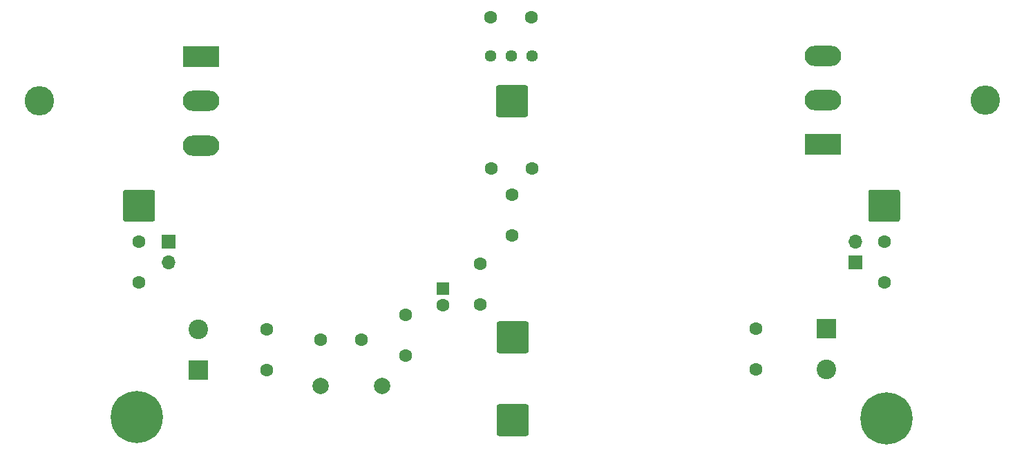
<source format=gbr>
G04 #@! TF.GenerationSoftware,KiCad,Pcbnew,(5.1.12-1-10_14)*
G04 #@! TF.CreationDate,2021-12-20T19:54:04+01:00*
G04 #@! TF.ProjectId,amp-mosfet-80w,616d702d-6d6f-4736-9665-742d3830772e,rev?*
G04 #@! TF.SameCoordinates,Original*
G04 #@! TF.FileFunction,Soldermask,Bot*
G04 #@! TF.FilePolarity,Negative*
%FSLAX46Y46*%
G04 Gerber Fmt 4.6, Leading zero omitted, Abs format (unit mm)*
G04 Created by KiCad (PCBNEW (5.1.12-1-10_14)) date 2021-12-20 19:54:04*
%MOMM*%
%LPD*%
G01*
G04 APERTURE LIST*
%ADD10O,4.500000X2.500000*%
%ADD11R,4.500000X2.500000*%
%ADD12O,3.600000X3.600000*%
%ADD13C,2.400000*%
%ADD14R,2.400000X2.400000*%
%ADD15C,2.000000*%
%ADD16C,1.600000*%
%ADD17C,1.440000*%
%ADD18C,0.800000*%
%ADD19C,6.400000*%
%ADD20O,1.700000X1.700000*%
%ADD21R,1.700000X1.700000*%
%ADD22R,1.600000X1.600000*%
G04 APERTURE END LIST*
D10*
X197485000Y-51308000D03*
X197485000Y-56758000D03*
D11*
X197485000Y-62208000D03*
D12*
X217345000Y-56758000D03*
D10*
X121285000Y-62335000D03*
X121285000Y-56885000D03*
D11*
X121285000Y-51435000D03*
D12*
X101425000Y-56885000D03*
D13*
X120904000Y-84836000D03*
D14*
X120904000Y-89836000D03*
D13*
X197866000Y-89772500D03*
D14*
X197866000Y-84772500D03*
D15*
X143446500Y-91821000D03*
X135890000Y-91821000D03*
D16*
X113665000Y-74104500D03*
X113665000Y-79104500D03*
X204978000Y-79104500D03*
X204978000Y-74104500D03*
D17*
X156718000Y-51308000D03*
X159258000Y-51308000D03*
X161798000Y-51308000D03*
D18*
X206929056Y-94060944D03*
X205232000Y-93358000D03*
X203534944Y-94060944D03*
X202832000Y-95758000D03*
X203534944Y-97455056D03*
X205232000Y-98158000D03*
X206929056Y-97455056D03*
X207632000Y-95758000D03*
D19*
X205232000Y-95758000D03*
D18*
X115108056Y-93933944D03*
X113411000Y-93231000D03*
X111713944Y-93933944D03*
X111011000Y-95631000D03*
X111713944Y-97328056D03*
X113411000Y-98031000D03*
X115108056Y-97328056D03*
X115811000Y-95631000D03*
D19*
X113411000Y-95631000D03*
D20*
X117284500Y-76644500D03*
D21*
X117284500Y-74104500D03*
D20*
X201485500Y-74104500D03*
D21*
X201485500Y-76644500D03*
G36*
G01*
X157498500Y-97711999D02*
X157498500Y-94312001D01*
G75*
G02*
X157748501Y-94062000I250001J0D01*
G01*
X161148499Y-94062000D01*
G75*
G02*
X161398500Y-94312001I0J-250001D01*
G01*
X161398500Y-97711999D01*
G75*
G02*
X161148499Y-97962000I-250001J0D01*
G01*
X157748501Y-97962000D01*
G75*
G02*
X157498500Y-97711999I0J250001D01*
G01*
G37*
G36*
G01*
X157498500Y-87551999D02*
X157498500Y-84152001D01*
G75*
G02*
X157748501Y-83902000I250001J0D01*
G01*
X161148499Y-83902000D01*
G75*
G02*
X161398500Y-84152001I0J-250001D01*
G01*
X161398500Y-87551999D01*
G75*
G02*
X161148499Y-87802000I-250001J0D01*
G01*
X157748501Y-87802000D01*
G75*
G02*
X157498500Y-87551999I0J250001D01*
G01*
G37*
G36*
G01*
X157435000Y-58595999D02*
X157435000Y-55196001D01*
G75*
G02*
X157685001Y-54946000I250001J0D01*
G01*
X161084999Y-54946000D01*
G75*
G02*
X161335000Y-55196001I0J-250001D01*
G01*
X161335000Y-58595999D01*
G75*
G02*
X161084999Y-58846000I-250001J0D01*
G01*
X157685001Y-58846000D01*
G75*
G02*
X157435000Y-58595999I0J250001D01*
G01*
G37*
G36*
G01*
X111715000Y-71422999D02*
X111715000Y-68023001D01*
G75*
G02*
X111965001Y-67773000I250001J0D01*
G01*
X115364999Y-67773000D01*
G75*
G02*
X115615000Y-68023001I0J-250001D01*
G01*
X115615000Y-71422999D01*
G75*
G02*
X115364999Y-71673000I-250001J0D01*
G01*
X111965001Y-71673000D01*
G75*
G02*
X111715000Y-71422999I0J250001D01*
G01*
G37*
G36*
G01*
X203028000Y-71422999D02*
X203028000Y-68023001D01*
G75*
G02*
X203278001Y-67773000I250001J0D01*
G01*
X206677999Y-67773000D01*
G75*
G02*
X206928000Y-68023001I0J-250001D01*
G01*
X206928000Y-71422999D01*
G75*
G02*
X206677999Y-71673000I-250001J0D01*
G01*
X203278001Y-71673000D01*
G75*
G02*
X203028000Y-71422999I0J250001D01*
G01*
G37*
D16*
X159385000Y-73326000D03*
X159385000Y-68326000D03*
X129286000Y-84836000D03*
X129286000Y-89836000D03*
X189230000Y-89789000D03*
X189230000Y-84789000D03*
X161718000Y-46609000D03*
X156718000Y-46609000D03*
X155448000Y-81835000D03*
X155448000Y-76835000D03*
X150939500Y-81883000D03*
D22*
X150939500Y-79883000D03*
D16*
X156798000Y-65151000D03*
X161798000Y-65151000D03*
X146367500Y-88121500D03*
X146367500Y-83121500D03*
X135890000Y-86106000D03*
X140890000Y-86106000D03*
M02*

</source>
